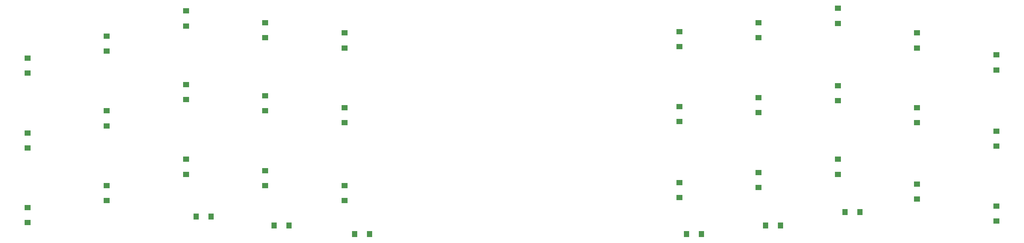
<source format=gbr>
%TF.GenerationSoftware,KiCad,Pcbnew,(5.1.9-0-10_14)*%
%TF.CreationDate,2021-06-06T18:46:05+01:00*%
%TF.ProjectId,dual_wield,6475616c-5f77-4696-956c-642e6b696361,rev?*%
%TF.SameCoordinates,Original*%
%TF.FileFunction,Paste,Top*%
%TF.FilePolarity,Positive*%
%FSLAX46Y46*%
G04 Gerber Fmt 4.6, Leading zero omitted, Abs format (unit mm)*
G04 Created by KiCad (PCBNEW (5.1.9-0-10_14)) date 2021-06-06 18:46:05*
%MOMM*%
%LPD*%
G01*
G04 APERTURE LIST*
%ADD10R,1.400000X1.200000*%
%ADD11R,1.200000X1.400000*%
G04 APERTURE END LIST*
D10*
%TO.C,D36*%
X395000000Y-175600000D03*
X395000000Y-179000000D03*
%TD*%
%TO.C,D35*%
X395000000Y-158600000D03*
X395000000Y-162000000D03*
%TD*%
%TO.C,D34*%
X395000000Y-141300000D03*
X395000000Y-144700000D03*
%TD*%
%TO.C,D33*%
X377000000Y-170600000D03*
X377000000Y-174000000D03*
%TD*%
%TO.C,D32*%
X377000000Y-153300000D03*
X377000000Y-156700000D03*
%TD*%
%TO.C,D31*%
X377000000Y-136300000D03*
X377000000Y-139700000D03*
%TD*%
D11*
%TO.C,D30*%
X364000000Y-177000000D03*
X360600000Y-177000000D03*
%TD*%
D10*
%TO.C,D29*%
X359000000Y-165000000D03*
X359000000Y-168400000D03*
%TD*%
%TO.C,D28*%
X359000000Y-148300000D03*
X359000000Y-151700000D03*
%TD*%
%TO.C,D27*%
X359000000Y-130710000D03*
X359000000Y-134110000D03*
%TD*%
D11*
%TO.C,D26*%
X346000000Y-180000000D03*
X342600000Y-180000000D03*
%TD*%
D10*
%TO.C,D25*%
X341000000Y-168000000D03*
X341000000Y-171400000D03*
%TD*%
%TO.C,D24*%
X341000000Y-151000000D03*
X341000000Y-154400000D03*
%TD*%
%TO.C,D23*%
X341000000Y-134000000D03*
X341000000Y-137400000D03*
%TD*%
D11*
%TO.C,D22*%
X328000000Y-182000000D03*
X324600000Y-182000000D03*
%TD*%
D10*
%TO.C,D21*%
X323000000Y-170300000D03*
X323000000Y-173700000D03*
%TD*%
%TO.C,D20*%
X323000000Y-153000000D03*
X323000000Y-156400000D03*
%TD*%
%TO.C,D19*%
X323000000Y-136000000D03*
X323000000Y-139400000D03*
%TD*%
D11*
%TO.C,D18*%
X249300000Y-182000000D03*
X252700000Y-182000000D03*
%TD*%
D10*
%TO.C,D17*%
X247000000Y-171000000D03*
X247000000Y-174400000D03*
%TD*%
%TO.C,D16*%
X247000000Y-153300000D03*
X247000000Y-156700000D03*
%TD*%
%TO.C,D15*%
X247000000Y-136300000D03*
X247000000Y-139700000D03*
%TD*%
D11*
%TO.C,D14*%
X231000000Y-180000000D03*
X234400000Y-180000000D03*
%TD*%
D10*
%TO.C,D13*%
X229000000Y-167600000D03*
X229000000Y-171000000D03*
%TD*%
%TO.C,D12*%
X229000000Y-150600000D03*
X229000000Y-154000000D03*
%TD*%
%TO.C,D11*%
X229000000Y-134000000D03*
X229000000Y-137400000D03*
%TD*%
D11*
%TO.C,D10*%
X213300000Y-178000000D03*
X216700000Y-178000000D03*
%TD*%
D10*
%TO.C,D9*%
X211000000Y-165000000D03*
X211000000Y-168400000D03*
%TD*%
%TO.C,D8*%
X211000000Y-148000000D03*
X211000000Y-151400000D03*
%TD*%
%TO.C,D7*%
X211000000Y-131300000D03*
X211000000Y-134700000D03*
%TD*%
%TO.C,D6*%
X193000000Y-171000000D03*
X193000000Y-174400000D03*
%TD*%
%TO.C,D5*%
X193000000Y-154000000D03*
X193000000Y-157400000D03*
%TD*%
%TO.C,D4*%
X193000000Y-137000000D03*
X193000000Y-140400000D03*
%TD*%
%TO.C,D3*%
X175000000Y-176000000D03*
X175000000Y-179400000D03*
%TD*%
%TO.C,D2*%
X175000000Y-159000000D03*
X175000000Y-162400000D03*
%TD*%
%TO.C,D1*%
X175000000Y-142000000D03*
X175000000Y-145400000D03*
%TD*%
M02*

</source>
